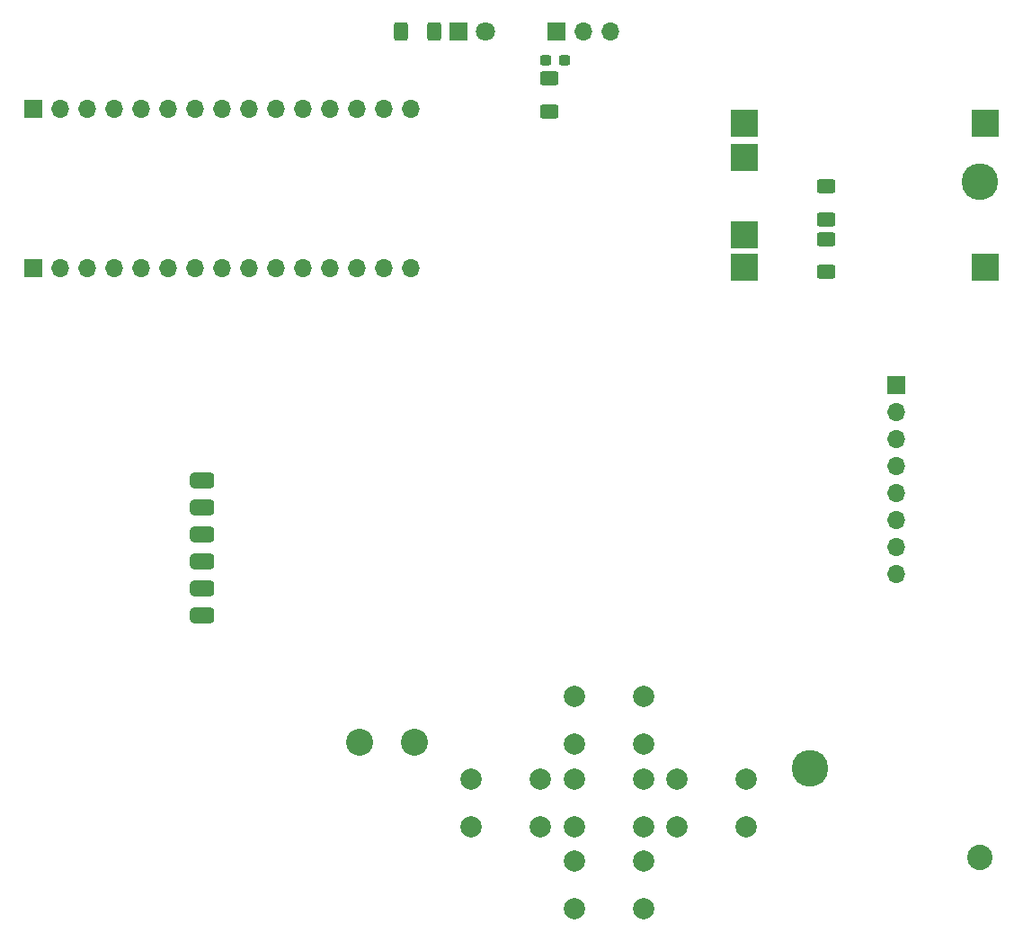
<source format=gbr>
%TF.GenerationSoftware,KiCad,Pcbnew,9.0.0*%
%TF.CreationDate,2025-07-08T12:35:53+02:00*%
%TF.ProjectId,capibarazeroPCB,63617069-6261-4726-917a-65726f504342,rev?*%
%TF.SameCoordinates,Original*%
%TF.FileFunction,Soldermask,Top*%
%TF.FilePolarity,Negative*%
%FSLAX46Y46*%
G04 Gerber Fmt 4.6, Leading zero omitted, Abs format (unit mm)*
G04 Created by KiCad (PCBNEW 9.0.0) date 2025-07-08 12:35:53*
%MOMM*%
%LPD*%
G01*
G04 APERTURE LIST*
G04 Aperture macros list*
%AMRoundRect*
0 Rectangle with rounded corners*
0 $1 Rounding radius*
0 $2 $3 $4 $5 $6 $7 $8 $9 X,Y pos of 4 corners*
0 Add a 4 corners polygon primitive as box body*
4,1,4,$2,$3,$4,$5,$6,$7,$8,$9,$2,$3,0*
0 Add four circle primitives for the rounded corners*
1,1,$1+$1,$2,$3*
1,1,$1+$1,$4,$5*
1,1,$1+$1,$6,$7*
1,1,$1+$1,$8,$9*
0 Add four rect primitives between the rounded corners*
20,1,$1+$1,$2,$3,$4,$5,0*
20,1,$1+$1,$4,$5,$6,$7,0*
20,1,$1+$1,$6,$7,$8,$9,0*
20,1,$1+$1,$8,$9,$2,$3,0*%
G04 Aperture macros list end*
%ADD10RoundRect,0.381000X-0.762000X-0.381000X0.762000X-0.381000X0.762000X0.381000X-0.762000X0.381000X0*%
%ADD11C,2.000000*%
%ADD12RoundRect,0.250000X0.625000X-0.400000X0.625000X0.400000X-0.625000X0.400000X-0.625000X-0.400000X0*%
%ADD13C,2.540000*%
%ADD14RoundRect,0.237500X-0.300000X-0.237500X0.300000X-0.237500X0.300000X0.237500X-0.300000X0.237500X0*%
%ADD15R,1.700000X1.700000*%
%ADD16O,1.700000X1.700000*%
%ADD17R,2.540000X2.540000*%
%ADD18RoundRect,0.250000X0.400000X0.625000X-0.400000X0.625000X-0.400000X-0.625000X0.400000X-0.625000X0*%
%ADD19R,1.800000X1.800000*%
%ADD20C,1.800000*%
%ADD21C,2.390000*%
%ADD22C,3.450000*%
G04 APERTURE END LIST*
D10*
%TO.C,J3*%
X111790000Y-107570000D03*
X111790000Y-110110000D03*
X111790000Y-112650000D03*
X111790000Y-115190000D03*
X111790000Y-117730000D03*
X111790000Y-120270000D03*
%TD*%
D11*
%TO.C,SW3_M1*%
X146800000Y-135650000D03*
X153300000Y-135650000D03*
X146800000Y-140150000D03*
X153300000Y-140150000D03*
%TD*%
D12*
%TO.C,R4*%
X144450000Y-72850000D03*
X144450000Y-69750000D03*
%TD*%
D11*
%TO.C,SW5_B1*%
X146800000Y-143400000D03*
X153300000Y-143400000D03*
X146800000Y-147900000D03*
X153300000Y-147900000D03*
%TD*%
%TO.C,SW4_T1*%
X146850000Y-127900000D03*
X153350000Y-127900000D03*
X146850000Y-132400000D03*
X153350000Y-132400000D03*
%TD*%
D13*
%TO.C,SW1*%
X126600000Y-132200000D03*
X131750000Y-132200000D03*
%TD*%
D14*
%TO.C,C1*%
X144137500Y-68000000D03*
X145862500Y-68000000D03*
%TD*%
D12*
%TO.C,R1*%
X170550000Y-87950000D03*
X170550000Y-84850000D03*
%TD*%
D15*
%TO.C,J2*%
X95860000Y-87600000D03*
D16*
X98400000Y-87600000D03*
X100940000Y-87600000D03*
X103480000Y-87600000D03*
X106020000Y-87600000D03*
X108560000Y-87600000D03*
X111100000Y-87600000D03*
X113640000Y-87600000D03*
X116180000Y-87600000D03*
X118720000Y-87600000D03*
X121260000Y-87600000D03*
X123800000Y-87600000D03*
X126340000Y-87600000D03*
X128880000Y-87600000D03*
X131420000Y-87600000D03*
%TD*%
D17*
%TO.C,BMS1*%
X162850000Y-73950000D03*
X162850000Y-77200000D03*
X162850000Y-84450000D03*
X162850000Y-87550000D03*
X185550000Y-73950000D03*
X185550000Y-87550000D03*
%TD*%
D11*
%TO.C,SW2_L1*%
X137100000Y-135650000D03*
X143600000Y-135650000D03*
X137100000Y-140150000D03*
X143600000Y-140150000D03*
%TD*%
%TO.C,SW1_R1*%
X156500000Y-135650000D03*
X163000000Y-135650000D03*
X156500000Y-140150000D03*
X163000000Y-140150000D03*
%TD*%
D18*
%TO.C,R3*%
X133600000Y-65350000D03*
X130500000Y-65350000D03*
%TD*%
D12*
%TO.C,R2*%
X170550000Y-83000000D03*
X170550000Y-79900000D03*
%TD*%
D19*
%TO.C,D1*%
X135910000Y-65350000D03*
D20*
X138450000Y-65350000D03*
%TD*%
D15*
%TO.C,J6*%
X145150000Y-65300000D03*
D16*
X147690000Y-65300000D03*
X150230000Y-65300000D03*
%TD*%
D15*
%TO.C,J1*%
X95860000Y-72600000D03*
D16*
X98400000Y-72600000D03*
X100940000Y-72600000D03*
X103480000Y-72600000D03*
X106020000Y-72600000D03*
X108560000Y-72600000D03*
X111100000Y-72600000D03*
X113640000Y-72600000D03*
X116180000Y-72600000D03*
X118720000Y-72600000D03*
X121260000Y-72600000D03*
X123800000Y-72600000D03*
X126340000Y-72600000D03*
X128880000Y-72600000D03*
X131420000Y-72600000D03*
%TD*%
D15*
%TO.C,J5*%
X177100000Y-98570000D03*
D16*
X177100000Y-101110000D03*
X177100000Y-103650000D03*
X177100000Y-106190000D03*
X177100000Y-108730000D03*
X177100000Y-111270000D03*
X177100000Y-113810000D03*
X177100000Y-116350000D03*
%TD*%
D21*
%TO.C,BT1*%
X185000000Y-143030000D03*
D22*
X169000000Y-134700000D03*
X185000000Y-79500000D03*
%TD*%
M02*

</source>
